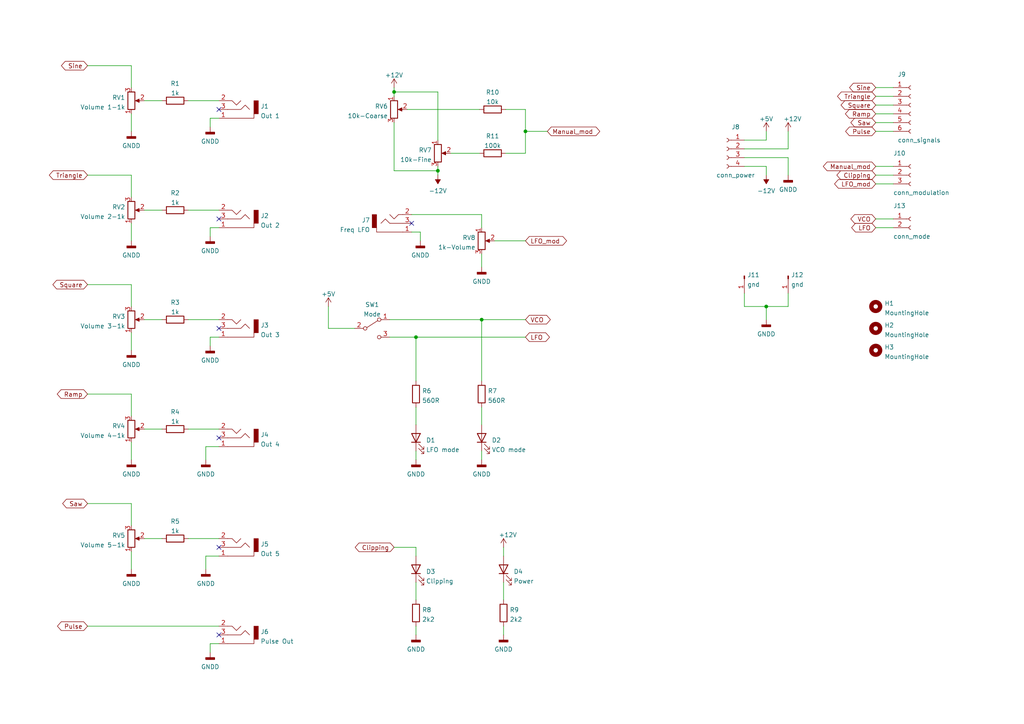
<source format=kicad_sch>
(kicad_sch (version 20211123) (generator eeschema)
  (paper "A4")
  (title_block (title "FGVCO - Interface") (date "2022-06-30") (company "Filippo Gottardo"))
  (lib_symbols
    (symbol "Connector:Conn_01x01_Male" (pin_names (offset 1.016) hide)
      (property "Reference" "J" (at 0 2.54 0))
      (property "Value" "Conn_01x01_Male" (at 0 -2.54 0))
      (symbol "Conn_01x01_Male_1_1"
        (polyline (pts (xy 1.27 0) (xy 0.8636 0)) (stroke (width 0.1524)))
        (rectangle (start 0.8636 0.127) (end 0 -0.127) (stroke (width 0.1524)) (fill (type outline)))
        (pin passive line (at 5.08 0 180) (length 3.81) (name "Pin_1") (number "1"))
      )
    )
    (symbol "Connector:Conn_01x02_Female" (pin_names (offset 1.016) hide)
      (property "Reference" "J" (at 0 2.54 0))
      (property "Value" "Conn_01x02_Female" (at 0 -5.08 0))
      (symbol "Conn_01x02_Female_1_1"
        (arc (start 0 -2.032) (mid -0.508 -2.54) (end 0 -3.048) (stroke (width 0.1524)))
        (polyline (pts (xy -1.27 -2.54) (xy -0.508 -2.54)) (stroke (width 0.1524)))
        (polyline (pts (xy -1.27 0) (xy -0.508 0)) (stroke (width 0.1524)))
        (arc (start 0 0.508) (mid -0.508 0) (end 0 -0.508) (stroke (width 0.1524)))
        (pin passive line (at -5.08 0 0) (length 3.81) (name "Pin_1") (number "1"))
        (pin passive line (at -5.08 -2.54 0) (length 3.81) (name "Pin_2") (number "2"))
      )
    )
    (symbol "Connector:Conn_01x03_Female" (pin_names (offset 1.016) hide)
      (property "Reference" "J" (at 0 5.08 0))
      (property "Value" "Conn_01x03_Female" (at 0 -5.08 0))
      (symbol "Conn_01x03_Female_1_1"
        (arc (start 0 -2.032) (mid -0.508 -2.54) (end 0 -3.048) (stroke (width 0.1524)))
        (polyline (pts (xy -1.27 -2.54) (xy -0.508 -2.54)) (stroke (width 0.1524)))
        (polyline (pts (xy -1.27 0) (xy -0.508 0)) (stroke (width 0.1524)))
        (polyline (pts (xy -1.27 2.54) (xy -0.508 2.54)) (stroke (width 0.1524)))
        (arc (start 0 0.508) (mid -0.508 0) (end 0 -0.508) (stroke (width 0.1524)))
        (arc (start 0 3.048) (mid -0.508 2.54) (end 0 2.032) (stroke (width 0.1524)))
        (pin passive line (at -5.08 2.54 0) (length 3.81) (name "Pin_1") (number "1"))
        (pin passive line (at -5.08 0 0) (length 3.81) (name "Pin_2") (number "2"))
        (pin passive line (at -5.08 -2.54 0) (length 3.81) (name "Pin_3") (number "3"))
      )
    )
    (symbol "Connector:Conn_01x04_Female" (pin_names (offset 1.016) hide)
      (property "Reference" "J" (at 0 5.08 0))
      (property "Value" "Conn_01x04_Female" (at 0 -7.62 0))
      (symbol "Conn_01x04_Female_1_1"
        (arc (start 0 -4.572) (mid -0.508 -5.08) (end 0 -5.588) (stroke (width 0.1524)))
        (arc (start 0 -2.032) (mid -0.508 -2.54) (end 0 -3.048) (stroke (width 0.1524)))
        (polyline (pts (xy -1.27 -5.08) (xy -0.508 -5.08)) (stroke (width 0.1524)))
        (polyline (pts (xy -1.27 -2.54) (xy -0.508 -2.54)) (stroke (width 0.1524)))
        (polyline (pts (xy -1.27 0) (xy -0.508 0)) (stroke (width 0.1524)))
        (polyline (pts (xy -1.27 2.54) (xy -0.508 2.54)) (stroke (width 0.1524)))
        (arc (start 0 0.508) (mid -0.508 0) (end 0 -0.508) (stroke (width 0.1524)))
        (arc (start 0 3.048) (mid -0.508 2.54) (end 0 2.032) (stroke (width 0.1524)))
        (pin passive line (at -5.08 2.54 0) (length 3.81) (name "Pin_1") (number "1"))
        (pin passive line (at -5.08 0 0) (length 3.81) (name "Pin_2") (number "2"))
        (pin passive line (at -5.08 -2.54 0) (length 3.81) (name "Pin_3") (number "3"))
        (pin passive line (at -5.08 -5.08 0) (length 3.81) (name "Pin_4") (number "4"))
      )
    )
    (symbol "Connector:Conn_01x06_Female" (pin_names (offset 1.016) hide)
      (property "Reference" "J" (at 0 7.62 0))
      (property "Value" "Conn_01x06_Female" (at 0 -10.16 0))
      (symbol "Conn_01x06_Female_1_1"
        (arc (start 0 -7.112) (mid -0.508 -7.62) (end 0 -8.128) (stroke (width 0.1524)))
        (arc (start 0 -4.572) (mid -0.508 -5.08) (end 0 -5.588) (stroke (width 0.1524)))
        (arc (start 0 -2.032) (mid -0.508 -2.54) (end 0 -3.048) (stroke (width 0.1524)))
        (polyline (pts (xy -1.27 -7.62) (xy -0.508 -7.62)) (stroke (width 0.1524)))
        (polyline (pts (xy -1.27 -5.08) (xy -0.508 -5.08)) (stroke (width 0.1524)))
        (polyline (pts (xy -1.27 -2.54) (xy -0.508 -2.54)) (stroke (width 0.1524)))
        (polyline (pts (xy -1.27 0) (xy -0.508 0)) (stroke (width 0.1524)))
        (polyline (pts (xy -1.27 2.54) (xy -0.508 2.54)) (stroke (width 0.1524)))
        (polyline (pts (xy -1.27 5.08) (xy -0.508 5.08)) (stroke (width 0.1524)))
        (arc (start 0 0.508) (mid -0.508 0) (end 0 -0.508) (stroke (width 0.1524)))
        (arc (start 0 3.048) (mid -0.508 2.54) (end 0 2.032) (stroke (width 0.1524)))
        (arc (start 0 5.588) (mid -0.508 5.08) (end 0 4.572) (stroke (width 0.1524)))
        (pin passive line (at -5.08 5.08 0) (length 3.81) (name "Pin_1") (number "1"))
        (pin passive line (at -5.08 2.54 0) (length 3.81) (name "Pin_2") (number "2"))
        (pin passive line (at -5.08 0 0) (length 3.81) (name "Pin_3") (number "3"))
        (pin passive line (at -5.08 -2.54 0) (length 3.81) (name "Pin_4") (number "4"))
        (pin passive line (at -5.08 -5.08 0) (length 3.81) (name "Pin_5") (number "5"))
        (pin passive line (at -5.08 -7.62 0) (length 3.81) (name "Pin_6") (number "6"))
      )
    )
    (symbol "Custom:3.5mm_audio_jack" (pin_names (offset 1.016))
      (property "Reference" "J" (at 0 -3.81 0))
      (property "Value" "3.5mm_audio_jack" (at 0 -5.08 0))
      (symbol "3.5mm_audio_jack_0_1"
        (rectangle (start -6.35 1.27) (end -5.08 -2.54) (fill (type outline)))
        (polyline (pts (xy 2.54 2.54) (xy -5.08 2.54) (xy -5.08 1.27)))
        (polyline (pts (xy 2.54 -2.54) (xy 1.27 -2.54) (xy 0 -1.27) (xy -1.27 -2.54)))
        (polyline (pts (xy 2.54 0) (xy -1.27 0) (xy -2.54 -1.27) (xy -3.81 0)))
      )
      (symbol "3.5mm_audio_jack_1_1"
        (pin passive line (at 5.08 2.54 180) (length 2.54) (name "~") (number "1"))
        (pin passive line (at 5.08 -2.54 180) (length 2.54) (name "~") (number "2"))
        (pin passive line (at 5.08 0 180) (length 2.54) (name "~") (number "3"))
      )
    )
    (symbol "Device:LED" (pin_numbers hide) (pin_names (offset 1.016) hide)
      (property "Reference" "D" (at 0 2.54 0))
      (property "Value" "LED" (at 0 -2.54 0))
      (symbol "LED_0_1"
        (polyline (pts (xy -1.27 -1.27) (xy -1.27 1.27)) (stroke (width 0.254)))
        (polyline (pts (xy -1.27 0) (xy 1.27 0)))
        (polyline (pts (xy 1.27 -1.27) (xy 1.27 1.27) (xy -1.27 0) (xy 1.27 -1.27)) (stroke (width 0.254)))
        (polyline (pts (xy -3.048 -0.762) (xy -4.572 -2.286) (xy -3.81 -2.286) (xy -4.572 -2.286) (xy -4.572 -1.524)))
        (polyline (pts (xy -1.778 -0.762) (xy -3.302 -2.286) (xy -2.54 -2.286) (xy -3.302 -2.286) (xy -3.302 -1.524)))
      )
      (symbol "LED_1_1"
        (pin passive line (at -3.81 0 0) (length 2.54) (name "K") (number "1"))
        (pin passive line (at 3.81 0 180) (length 2.54) (name "A") (number "2"))
      )
    )
    (symbol "Device:R" (pin_numbers hide) (pin_names (offset 0))
      (property "Reference" "R" (at 2.032 0 90))
      (property "Value" "R" (at 0 0 90))
      (symbol "R_0_1"
        (rectangle (start -1.016 -2.54) (end 1.016 2.54) (stroke (width 0.254)))
      )
      (symbol "R_1_1"
        (pin passive line (at 0 3.81 270) (length 1.27) (name "~") (number "1"))
        (pin passive line (at 0 -3.81 90) (length 1.27) (name "~") (number "2"))
      )
    )
    (symbol "Device:R_Potentiometer" (pin_names (offset 1.016) hide)
      (property "Reference" "RV" (at -4.445 0 90))
      (property "Value" "R_Potentiometer" (at -2.54 0 90))
      (symbol "R_Potentiometer_0_1"
        (polyline (pts (xy 2.54 0) (xy 1.524 0)))
        (polyline (pts (xy 1.143 0) (xy 2.286 0.508) (xy 2.286 -0.508) (xy 1.143 0)) (fill (type outline)))
        (rectangle (start 1.016 2.54) (end -1.016 -2.54) (stroke (width 0.254)))
      )
      (symbol "R_Potentiometer_1_1"
        (pin passive line (at 0 3.81 270) (length 1.27) (name "1") (number "1"))
        (pin passive line (at 3.81 0 180) (length 1.27) (name "2") (number "2"))
        (pin passive line (at 0 -3.81 90) (length 1.27) (name "3") (number "3"))
      )
    )
    (symbol "Mechanical:MountingHole" (pin_names (offset 1.016))
      (property "Reference" "H" (at 0 5.08 0))
      (property "Value" "MountingHole" (at 0 3.175 0))
      (symbol "MountingHole_0_1"
        (circle (center 0 0) (radius 1.27) (stroke (width 1.27)))
      )
    )
    (symbol "Switch:SW_SPDT" (pin_names (offset 0) hide)
      (property "Reference" "SW" (at 0 4.318 0))
      (property "Value" "SW_SPDT" (at 0 -5.08 0))
      (symbol "SW_SPDT_0_0"
        (circle (center -2.032 0) (radius 0.508))
        (circle (center 2.032 -2.54) (radius 0.508))
      )
      (symbol "SW_SPDT_0_1"
        (polyline (pts (xy -1.524 0.254) (xy 1.651 2.286)))
        (circle (center 2.032 2.54) (radius 0.508))
      )
      (symbol "SW_SPDT_1_1"
        (pin passive line (at 5.08 2.54 180) (length 2.54) (name "A") (number "1"))
        (pin passive line (at -5.08 0 0) (length 2.54) (name "B") (number "2"))
        (pin passive line (at 5.08 -2.54 180) (length 2.54) (name "C") (number "3"))
      )
    )
    (symbol "power:+12V" (power) (pin_names (offset 0))
      (property "Value" "+12V" (at 0 3.556 0))
      (symbol "+12V_0_1"
        (polyline (pts (xy -0.762 1.27) (xy 0 2.54)))
        (polyline (pts (xy 0 0) (xy 0 2.54)))
        (polyline (pts (xy 0 2.54) (xy 0.762 1.27)))
      )
      (symbol "+12V_1_1"
        (pin power_in line (at 0 0 90) (length 0) hide (name "+12V") (number "1"))
      )
    )
    (symbol "power:+5V" (power) (pin_names (offset 0))
      (property "Value" "+5V" (at 0 3.556 0))
      (symbol "+5V_0_1"
        (polyline (pts (xy -0.762 1.27) (xy 0 2.54)))
        (polyline (pts (xy 0 0) (xy 0 2.54)))
        (polyline (pts (xy 0 2.54) (xy 0.762 1.27)))
      )
      (symbol "+5V_1_1"
        (pin power_in line (at 0 0 90) (length 0) hide (name "+5V") (number "1"))
      )
    )
    (symbol "power:-12V" (power) (pin_names (offset 0))
      (property "Value" "-12V" (at 0 3.81 0))
      (symbol "-12V_0_0"
        (pin power_in line (at 0 0 90) (length 0) hide (name "-12V") (number "1"))
      )
      (symbol "-12V_0_1"
        (polyline (pts (xy 0 0) (xy 0 1.27) (xy 0.762 1.27) (xy 0 2.54) (xy -0.762 1.27) (xy 0 1.27)) (fill (type outline)))
      )
    )
    (symbol "power:GNDD" (power) (pin_names (offset 0))
      (property "Value" "GNDD" (at 0 -3.175 0))
      (symbol "GNDD_0_1"
        (rectangle (start -1.27 -1.524) (end 1.27 -2.032) (stroke (width 0.254)) (fill (type outline)))
        (polyline (pts (xy 0 0) (xy 0 -1.524)))
      )
      (symbol "GNDD_1_1"
        (pin power_in line (at 0 0 270) (length 0) hide (name "GNDD") (number "1"))
      )
    )
  )
  (junction (at 127 49.53))
  (junction (at 222.25 88.9))
  (junction (at 139.7 92.71))
  (junction (at 114.3 26.67))
  (junction (at 152.4 38.1))
  (junction (at 120.65 97.79))
  (no_connect (at 119.38 64.77))
  (no_connect (at 63.5 184.15))
  (no_connect (at 63.5 158.75))
  (no_connect (at 63.5 127))
  (no_connect (at 63.5 31.75))
  (no_connect (at 63.5 63.5))
  (no_connect (at 63.5 95.25))
  (wire (pts (xy 25.4 114.3) (xy 38.1 114.3)))
  (wire (pts (xy 38.1 101.6) (xy 38.1 96.52)))
  (wire (pts (xy 60.96 36.83) (xy 60.96 34.29)))
  (wire (pts (xy 146.05 168.91) (xy 146.05 173.99)))
  (wire (pts (xy 228.6 38.1) (xy 228.6 43.18)))
  (wire (pts (xy 54.61 60.96) (xy 63.5 60.96)))
  (wire (pts (xy 60.96 68.58) (xy 60.96 66.04)))
  (wire (pts (xy 63.5 186.69) (xy 60.96 186.69)))
  (wire (pts (xy 60.96 100.33) (xy 60.96 97.79)))
  (wire (pts (xy 25.4 181.61) (xy 63.5 181.61)))
  (wire (pts (xy 120.65 130.81) (xy 120.65 133.35)))
  (wire (pts (xy 59.69 165.1) (xy 59.69 161.29)))
  (wire (pts (xy 254 38.1) (xy 259.08 38.1)))
  (wire (pts (xy 254 63.5) (xy 259.08 63.5)))
  (wire (pts (xy 146.05 158.75) (xy 146.05 161.29)))
  (wire (pts (xy 215.9 85.09) (xy 215.9 88.9)))
  (wire (pts (xy 254 66.04) (xy 259.08 66.04)))
  (wire (pts (xy 254 33.02) (xy 259.08 33.02)))
  (wire (pts (xy 215.9 48.26) (xy 222.25 48.26)))
  (wire (pts (xy 60.96 66.04) (xy 63.5 66.04)))
  (wire (pts (xy 113.03 97.79) (xy 120.65 97.79)))
  (wire (pts (xy 152.4 31.75) (xy 146.685 31.75)))
  (wire (pts (xy 114.3 25.4) (xy 114.3 26.67)))
  (wire (pts (xy 119.38 62.23) (xy 139.7 62.23)))
  (wire (pts (xy 254 25.4) (xy 259.08 25.4)))
  (wire (pts (xy 120.65 158.75) (xy 120.65 161.29)))
  (wire (pts (xy 114.3 26.67) (xy 114.3 27.94)))
  (wire (pts (xy 120.65 97.79) (xy 152.4 97.79)))
  (wire (pts (xy 215.9 43.18) (xy 228.6 43.18)))
  (wire (pts (xy 25.4 50.8) (xy 38.1 50.8)))
  (wire (pts (xy 38.1 133.35) (xy 38.1 128.27)))
  (wire (pts (xy 118.11 31.75) (xy 139.065 31.75)))
  (wire (pts (xy 120.65 168.91) (xy 120.65 173.99)))
  (wire (pts (xy 139.7 62.23) (xy 139.7 66.04)))
  (wire (pts (xy 59.69 129.54) (xy 63.5 129.54)))
  (wire (pts (xy 113.03 92.71) (xy 139.7 92.71)))
  (wire (pts (xy 38.1 146.05) (xy 38.1 152.4)))
  (wire (pts (xy 127 26.67) (xy 127 40.64)))
  (wire (pts (xy 215.9 45.72) (xy 228.6 45.72)))
  (wire (pts (xy 114.3 26.67) (xy 127 26.67)))
  (wire (pts (xy 60.96 186.69) (xy 60.96 189.23)))
  (wire (pts (xy 38.1 114.3) (xy 38.1 120.65)))
  (wire (pts (xy 38.1 38.1) (xy 38.1 33.02)))
  (wire (pts (xy 254 30.48) (xy 259.08 30.48)))
  (wire (pts (xy 127 49.53) (xy 127 50.8)))
  (wire (pts (xy 59.69 161.29) (xy 63.5 161.29)))
  (wire (pts (xy 25.4 146.05) (xy 38.1 146.05)))
  (wire (pts (xy 54.61 29.21) (xy 63.5 29.21)))
  (wire (pts (xy 60.96 97.79) (xy 63.5 97.79)))
  (wire (pts (xy 38.1 19.05) (xy 38.1 25.4)))
  (wire (pts (xy 25.4 82.55) (xy 38.1 82.55)))
  (wire (pts (xy 139.7 92.71) (xy 139.7 110.49)))
  (wire (pts (xy 38.1 82.55) (xy 38.1 88.9)))
  (wire (pts (xy 139.7 118.11) (xy 139.7 123.19)))
  (wire (pts (xy 215.9 88.9) (xy 222.25 88.9)))
  (wire (pts (xy 41.91 29.21) (xy 46.99 29.21)))
  (wire (pts (xy 215.9 40.64) (xy 222.25 40.64)))
  (wire (pts (xy 25.4 19.05) (xy 38.1 19.05)))
  (wire (pts (xy 114.3 49.53) (xy 127 49.53)))
  (wire (pts (xy 38.1 69.85) (xy 38.1 64.77)))
  (wire (pts (xy 139.7 130.81) (xy 139.7 133.35)))
  (wire (pts (xy 127 48.26) (xy 127 49.53)))
  (wire (pts (xy 139.7 92.71) (xy 152.4 92.71)))
  (wire (pts (xy 254 53.34) (xy 259.08 53.34)))
  (wire (pts (xy 95.25 95.25) (xy 102.87 95.25)))
  (wire (pts (xy 146.685 44.45) (xy 152.4 44.45)))
  (wire (pts (xy 222.25 88.9) (xy 228.6 88.9)))
  (wire (pts (xy 254 48.26) (xy 259.08 48.26)))
  (wire (pts (xy 54.61 156.21) (xy 63.5 156.21)))
  (wire (pts (xy 38.1 165.1) (xy 38.1 160.02)))
  (wire (pts (xy 143.51 69.85) (xy 152.4 69.85)))
  (wire (pts (xy 59.69 133.35) (xy 59.69 129.54)))
  (wire (pts (xy 121.92 67.31) (xy 121.92 69.85)))
  (wire (pts (xy 222.25 88.9) (xy 222.25 92.71)))
  (wire (pts (xy 139.7 73.66) (xy 139.7 77.47)))
  (wire (pts (xy 228.6 45.72) (xy 228.6 50.8)))
  (wire (pts (xy 95.25 88.9) (xy 95.25 95.25)))
  (wire (pts (xy 41.91 92.71) (xy 46.99 92.71)))
  (wire (pts (xy 41.91 124.46) (xy 46.99 124.46)))
  (wire (pts (xy 120.65 118.11) (xy 120.65 123.19)))
  (wire (pts (xy 146.05 181.61) (xy 146.05 184.15)))
  (wire (pts (xy 130.81 44.45) (xy 139.065 44.45)))
  (wire (pts (xy 152.4 44.45) (xy 152.4 38.1)))
  (wire (pts (xy 119.38 67.31) (xy 121.92 67.31)))
  (wire (pts (xy 228.6 88.9) (xy 228.6 85.09)))
  (wire (pts (xy 222.25 40.64) (xy 222.25 38.1)))
  (wire (pts (xy 152.4 38.1) (xy 152.4 31.75)))
  (wire (pts (xy 120.65 97.79) (xy 120.65 110.49)))
  (wire (pts (xy 54.61 92.71) (xy 63.5 92.71)))
  (wire (pts (xy 114.3 35.56) (xy 114.3 49.53)))
  (wire (pts (xy 54.61 124.46) (xy 63.5 124.46)))
  (wire (pts (xy 41.91 60.96) (xy 46.99 60.96)))
  (wire (pts (xy 60.96 34.29) (xy 63.5 34.29)))
  (wire (pts (xy 152.4 38.1) (xy 158.75 38.1)))
  (wire (pts (xy 120.65 181.61) (xy 120.65 184.15)))
  (wire (pts (xy 114.3 158.75) (xy 120.65 158.75)))
  (wire (pts (xy 41.91 156.21) (xy 46.99 156.21)))
  (wire (pts (xy 254 35.56) (xy 259.08 35.56)))
  (wire (pts (xy 254 50.8) (xy 259.08 50.8)))
  (wire (pts (xy 38.1 50.8) (xy 38.1 57.15)))
  (wire (pts (xy 222.25 48.26) (xy 222.25 50.8)))
  (wire (pts (xy 254 27.94) (xy 259.08 27.94)))
  (global_label "LFO_mod" (shape bidirectional) (at 254 53.34 180) (property "Intersheet References" "${INTERSHEET_REFS}" (effects hide)))
  (global_label "VCO" (shape bidirectional) (at 152.4 92.71 0) (property "Intersheet References" "${INTERSHEET_REFS}" (effects hide)))
  (global_label "Pulse" (shape bidirectional) (at 25.4 181.61 180) (property "Intersheet References" "${INTERSHEET_REFS}" (effects hide)))
  (global_label "Ramp" (shape bidirectional) (at 25.4 114.3 180) (property "Intersheet References" "${INTERSHEET_REFS}" (effects hide)))
  (global_label "LFO" (shape bidirectional) (at 152.4 97.79 0) (property "Intersheet References" "${INTERSHEET_REFS}" (effects hide)))
  (global_label "Triangle" (shape bidirectional) (at 254 27.94 180) (property "Intersheet References" "${INTERSHEET_REFS}" (effects hide)))
  (global_label "Ramp" (shape bidirectional) (at 254 33.02 180) (property "Intersheet References" "${INTERSHEET_REFS}" (effects hide)))
  (global_label "Pulse" (shape bidirectional) (at 254 38.1 180) (property "Intersheet References" "${INTERSHEET_REFS}" (effects hide)))
  (global_label "Sine" (shape bidirectional) (at 254 25.4 180) (property "Intersheet References" "${INTERSHEET_REFS}" (effects hide)))
  (global_label "Square" (shape bidirectional) (at 254 30.48 180) (property "Intersheet References" "${INTERSHEET_REFS}" (effects hide)))
  (global_label "Saw" (shape bidirectional) (at 25.4 146.05 180) (property "Intersheet References" "${INTERSHEET_REFS}" (effects hide)))
  (global_label "Sine" (shape bidirectional) (at 25.4 19.05 180) (property "Intersheet References" "${INTERSHEET_REFS}" (effects hide)))
  (global_label "Manual_mod" (shape bidirectional) (at 158.75 38.1 0) (property "Intersheet References" "${INTERSHEET_REFS}" (effects hide)))
  (global_label "Saw" (shape bidirectional) (at 254 35.56 180) (property "Intersheet References" "${INTERSHEET_REFS}" (effects hide)))
  (global_label "Clipping" (shape bidirectional) (at 254 50.8 180) (property "Intersheet References" "${INTERSHEET_REFS}" (effects hide)))
  (global_label "Manual_mod" (shape bidirectional) (at 254 48.26 180) (property "Intersheet References" "${INTERSHEET_REFS}" (effects hide)))
  (global_label "VCO" (shape bidirectional) (at 254 63.5 180) (property "Intersheet References" "${INTERSHEET_REFS}" (effects hide)))
  (global_label "Square" (shape bidirectional) (at 25.4 82.55 180) (property "Intersheet References" "${INTERSHEET_REFS}" (effects hide)))
  (global_label "Triangle" (shape bidirectional) (at 25.4 50.8 180) (property "Intersheet References" "${INTERSHEET_REFS}" (effects hide)))
  (global_label "LFO_mod" (shape bidirectional) (at 152.4 69.85 0) (property "Intersheet References" "${INTERSHEET_REFS}" (effects hide)))
  (global_label "LFO" (shape bidirectional) (at 254 66.04 180) (property "Intersheet References" "${INTERSHEET_REFS}" (effects hide)))
  (global_label "Clipping" (shape bidirectional) (at 114.3 158.75 180) (property "Intersheet References" "${INTERSHEET_REFS}" (effects hide)))
  (symbol (lib_id "power:GNDD") (at 139.7 77.47 0) (unit 1)
    (property "Reference" "#PWR024" (effects hide))
    (property "Value" "GNDD" (at 139.7 81.6515 0))
  )
  (symbol (lib_id "power:+12V") (at 114.3 25.4 0) (unit 1)
    (property "Reference" "#PWR013" (effects hide))
    (property "Value" "+12V" (at 114.3 21.7955 0))
  )
  (symbol (lib_id "Connector:Conn_01x04_Female") (at 210.82 43.18 0) (mirror y) (unit 1)
    (property "Reference" "J8" (at 213.36 36.83 0))
    (property "Value" "conn_power" (at 213.36 50.8 0))
    (property "Footprint" "Connector_PinSocket_2.54mm:PinSocket_1x04_P2.54mm_Vertical" (effects hide))
  )
  (symbol (lib_id "power:+12V") (at 228.6 38.1 0) (unit 1)
    (property "Reference" "#PWR020" (effects hide))
    (property "Value" "+12V" (at 229.87 34.4955 0))
  )
  (symbol (lib_id "Custom:3.5mm_audio_jack") (at 68.58 31.75 180) (unit 1)
    (property "Reference" "J1" (at 75.565 30.8415 0) (effects (justify right)))
    (property "Value" "Out 1" (at 75.565 33.6166 0) (effects (justify right)))
    (property "Footprint" "Custom Footprints:PJ_301M_noGND" (effects hide))
  )
  (symbol (lib_id "power:-12V") (at 127 50.8 180) (unit 1)
    (property "Reference" "#PWR014" (effects hide))
    (property "Value" "-12V" (at 127 55.3625 0))
  )
  (symbol (lib_id "Device:R_Potentiometer") (at 38.1 60.96 0) (mirror x) (unit 1)
    (property "Reference" "RV2" (at 36.322 60.0515 0) (effects (justify right)))
    (property "Value" "Volume 2-1k" (at 36.322 62.8266 0) (effects (justify right)))
    (property "Footprint" "Custom Footprints:RV-90 Potentiometer" (effects hide))
  )
  (symbol (lib_id "Device:R_Potentiometer") (at 38.1 29.21 0) (mirror x) (unit 1)
    (property "Reference" "RV1" (at 36.322 28.3015 0) (effects (justify right)))
    (property "Value" "Volume 1-1k" (at 36.322 31.0766 0) (effects (justify right)))
    (property "Footprint" "Custom Footprints:RV-90 Potentiometer" (effects hide))
  )
  (symbol (lib_id "power:+5V") (at 222.25 38.1 0) (unit 1)
    (property "Reference" "#PWR018" (effects hide))
    (property "Value" "+5V" (at 222.25 34.4955 0))
  )
  (symbol (lib_id "Device:R") (at 139.7 114.3 0) (unit 1)
    (property "Reference" "R7" (at 141.478 113.3915 0) (effects (justify left)))
    (property "Value" "560R" (at 141.478 116.1666 0) (effects (justify left)))
    (property "Footprint" "Resistor_THT:R_Axial_DIN0207_L6.3mm_D2.5mm_P10.16mm_Horizontal" (effects hide))
  )
  (symbol (lib_id "Device:R_Potentiometer") (at 114.3 31.75 0) (unit 1)
    (property "Reference" "RV6" (at 112.5221 30.8415 0) (effects (justify right)))
    (property "Value" "10k-Coarse" (at 112.5221 33.6166 0) (effects (justify right)))
    (property "Footprint" "Custom Footprints:RV-90 Potentiometer" (effects hide))
  )
  (symbol (lib_id "power:GNDD") (at 38.1 69.85 0) (unit 1)
    (property "Reference" "#PWR02" (effects hide))
    (property "Value" "GNDD" (at 38.1 74.0315 0))
  )
  (symbol (lib_id "power:GNDD") (at 60.96 36.83 0) (unit 1)
    (property "Reference" "#PWR08" (effects hide))
    (property "Value" "GNDD" (at 60.96 41.0115 0))
  )
  (symbol (lib_id "Custom:3.5mm_audio_jack") (at 68.58 95.25 180) (unit 1)
    (property "Reference" "J3" (at 75.565 94.3415 0) (effects (justify right)))
    (property "Value" "Out 3" (at 75.565 97.1166 0) (effects (justify right)))
    (property "Footprint" "Custom Footprints:PJ_301M_noGND" (effects hide))
  )
  (symbol (lib_id "Device:R") (at 120.65 114.3 0) (unit 1)
    (property "Reference" "R6" (at 122.428 113.3915 0) (effects (justify left)))
    (property "Value" "560R" (at 122.428 116.1666 0) (effects (justify left)))
    (property "Footprint" "Resistor_THT:R_Axial_DIN0207_L6.3mm_D2.5mm_P10.16mm_Horizontal" (effects hide))
  )
  (symbol (lib_id "Device:LED") (at 120.65 165.1 90) (unit 1)
    (property "Reference" "D3" (at 123.571 165.779 90) (effects (justify right)))
    (property "Value" "Clipping" (at 123.571 168.5541 90) (effects (justify right)))
    (property "Footprint" "LED_THT:LED_D3.0mm_FlatTop" (effects hide))
  )
  (symbol (lib_id "Connector:Conn_01x01_Male") (at 228.6 80.01 270) (unit 1)
    (property "Reference" "J12" (at 229.4382 79.7365 90) (effects (justify left)))
    (property "Value" "gnd" (at 229.4382 82.5116 90) (effects (justify left)))
    (property "Footprint" "Connector_PinSocket_2.54mm:PinSocket_1x01_P2.54mm_Vertical" (effects hide))
  )
  (symbol (lib_id "Connector:Conn_01x02_Female") (at 264.16 63.5 0) (unit 1)
    (property "Reference" "J13" (at 259.08 59.69 0) (effects (justify left)))
    (property "Value" "conn_mode" (at 259.08 68.58 0) (effects (justify left)))
    (property "Footprint" "Connector_PinSocket_2.54mm:PinSocket_1x02_P2.54mm_Vertical" (effects hide))
  )
  (symbol (lib_id "Mechanical:MountingHole") (at 254 88.9 0) (unit 1)
    (property "Reference" "H1" (at 256.54 87.9915 0) (effects (justify left)))
    (property "Value" "MountingHole" (at 256.54 90.7666 0) (effects (justify left)))
    (property "Footprint" "MountingHole:MountingHole_3.2mm_M3" (effects hide))
  )
  (symbol (lib_id "Mechanical:MountingHole") (at 254 101.6 0) (unit 1)
    (property "Reference" "H3" (at 256.54 100.6915 0) (effects (justify left)))
    (property "Value" "MountingHole" (at 256.54 103.4666 0) (effects (justify left)))
    (property "Footprint" "MountingHole:MountingHole_3.2mm_M3" (effects hide))
  )
  (symbol (lib_id "power:GNDD") (at 146.05 184.15 0) (unit 1)
    (property "Reference" "#PWR026" (effects hide))
    (property "Value" "GNDD" (at 146.05 188.3315 0))
  )
  (symbol (lib_id "power:GNDD") (at 120.65 184.15 0) (unit 1)
    (property "Reference" "#PWR023" (effects hide))
    (property "Value" "GNDD" (at 120.65 188.3315 0))
  )
  (symbol (lib_id "power:GNDD") (at 38.1 165.1 0) (unit 1)
    (property "Reference" "#PWR05" (effects hide))
    (property "Value" "GNDD" (at 38.1 169.2815 0))
  )
  (symbol (lib_id "power:GNDD") (at 60.96 100.33 0) (unit 1)
    (property "Reference" "#PWR010" (effects hide))
    (property "Value" "GNDD" (at 60.96 104.5115 0))
  )
  (symbol (lib_id "power:-12V") (at 222.25 50.8 180) (unit 1)
    (property "Reference" "#PWR019" (effects hide))
    (property "Value" "-12V" (at 222.25 55.3625 0))
  )
  (symbol (lib_id "Device:R") (at 50.8 29.21 90) (unit 1)
    (property "Reference" "R1" (at 50.8 24.2275 90))
    (property "Value" "1k" (at 50.8 27.0026 90))
    (property "Footprint" "Resistor_THT:R_Axial_DIN0207_L6.3mm_D2.5mm_P10.16mm_Horizontal" (effects hide))
  )
  (symbol (lib_id "power:GNDD") (at 59.69 165.1 0) (unit 1)
    (property "Reference" "#PWR07" (effects hide))
    (property "Value" "GNDD" (at 59.69 169.2815 0))
  )
  (symbol (lib_id "power:GNDD") (at 38.1 38.1 0) (unit 1)
    (property "Reference" "#PWR01" (effects hide))
    (property "Value" "GNDD" (at 38.1 42.2815 0))
  )
  (symbol (lib_id "Mechanical:MountingHole") (at 254 95.25 0) (unit 1)
    (property "Reference" "H2" (at 256.54 94.3415 0) (effects (justify left)))
    (property "Value" "MountingHole" (at 256.54 97.1166 0) (effects (justify left)))
    (property "Footprint" "MountingHole:MountingHole_3.2mm_M3" (effects hide))
  )
  (symbol (lib_id "Device:R_Potentiometer") (at 38.1 124.46 0) (mirror x) (unit 1)
    (property "Reference" "RV4" (at 36.322 123.5515 0) (effects (justify right)))
    (property "Value" "Volume 4-1k" (at 36.322 126.3266 0) (effects (justify right)))
    (property "Footprint" "Custom Footprints:RV-90 Potentiometer" (effects hide))
  )
  (symbol (lib_id "power:GNDD") (at 120.65 133.35 0) (unit 1)
    (property "Reference" "#PWR015" (effects hide))
    (property "Value" "GNDD" (at 120.65 137.5315 0))
  )
  (symbol (lib_id "power:GNDD") (at 59.69 133.35 0) (unit 1)
    (property "Reference" "#PWR06" (effects hide))
    (property "Value" "GNDD" (at 59.69 137.5315 0))
  )
  (symbol (lib_id "Device:LED") (at 120.65 127 90) (unit 1)
    (property "Reference" "D1" (at 123.571 127.679 90) (effects (justify right)))
    (property "Value" "LFO mode" (at 123.571 130.4541 90) (effects (justify right)))
    (property "Footprint" "LED_THT:LED_D3.0mm_FlatTop" (effects hide))
  )
  (symbol (lib_id "Connector:Conn_01x01_Male") (at 215.9 80.01 270) (unit 1)
    (property "Reference" "J11" (at 216.7382 79.7365 90) (effects (justify left)))
    (property "Value" "gnd" (at 216.7382 82.5116 90) (effects (justify left)))
    (property "Footprint" "Connector_PinSocket_2.54mm:PinSocket_1x01_P2.54mm_Vertical" (effects hide))
  )
  (symbol (lib_id "Connector:Conn_01x03_Female") (at 264.16 50.8 0) (unit 1)
    (property "Reference" "J10" (at 259.08 44.45 0) (effects (justify left)))
    (property "Value" "conn_modulation" (at 259.08 55.88 0) (effects (justify left)))
    (property "Footprint" "Connector_PinSocket_2.54mm:PinSocket_1x03_P2.54mm_Vertical" (effects hide))
  )
  (symbol (lib_id "power:+12V") (at 146.05 158.75 0) (unit 1)
    (property "Reference" "#PWR025" (effects hide))
    (property "Value" "+12V" (at 147.32 155.1455 0))
  )
  (symbol (lib_id "Custom:3.5mm_audio_jack") (at 68.58 63.5 180) (unit 1)
    (property "Reference" "J2" (at 75.565 62.5915 0) (effects (justify right)))
    (property "Value" "Out 2" (at 75.565 65.3666 0) (effects (justify right)))
    (property "Footprint" "Custom Footprints:PJ_301M_noGND" (effects hide))
  )
  (symbol (lib_id "Connector:Conn_01x06_Female") (at 264.16 30.48 0) (unit 1)
    (property "Reference" "J9" (at 260.35 21.59 0) (effects (justify left)))
    (property "Value" "conn_signals" (at 260.35 40.64 0) (effects (justify left)))
    (property "Footprint" "Connector_PinSocket_2.54mm:PinSocket_1x06_P2.54mm_Vertical" (effects hide))
  )
  (symbol (lib_id "Device:R") (at 142.875 44.45 90) (unit 1)
    (property "Reference" "R11" (at 142.875 39.4675 90))
    (property "Value" "100k" (at 142.875 42.2426 90))
    (property "Footprint" "Resistor_THT:R_Axial_DIN0207_L6.3mm_D2.5mm_P10.16mm_Horizontal" (effects hide))
  )
  (symbol (lib_id "Device:R_Potentiometer") (at 38.1 156.21 0) (mirror x) (unit 1)
    (property "Reference" "RV5" (at 36.322 155.3015 0) (effects (justify right)))
    (property "Value" "Volume 5-1k" (at 36.322 158.0766 0) (effects (justify right)))
    (property "Footprint" "Custom Footprints:RV-90 Potentiometer" (effects hide))
  )
  (symbol (lib_id "Device:R") (at 50.8 156.21 90) (unit 1)
    (property "Reference" "R5" (at 50.8 151.2275 90))
    (property "Value" "1k" (at 50.8 154.0026 90))
    (property "Footprint" "Resistor_THT:R_Axial_DIN0207_L6.3mm_D2.5mm_P10.16mm_Horizontal" (effects hide))
  )
  (symbol (lib_id "Custom:3.5mm_audio_jack") (at 68.58 184.15 180) (unit 1)
    (property "Reference" "J6" (at 75.565 183.2415 0) (effects (justify right)))
    (property "Value" "Pulse Out" (at 75.565 186.0166 0) (effects (justify right)))
    (property "Footprint" "Custom Footprints:PJ_301M_noGND" (effects hide))
  )
  (symbol (lib_id "Device:R") (at 142.875 31.75 90) (unit 1)
    (property "Reference" "R10" (at 142.875 26.7675 90))
    (property "Value" "10k" (at 142.875 29.5426 90))
    (property "Footprint" "Resistor_THT:R_Axial_DIN0207_L6.3mm_D2.5mm_P10.16mm_Horizontal" (effects hide))
  )
  (symbol (lib_id "Device:R") (at 120.65 177.8 0) (unit 1)
    (property "Reference" "R8" (at 122.428 176.8915 0) (effects (justify left)))
    (property "Value" "2k2" (at 122.428 179.6666 0) (effects (justify left)))
    (property "Footprint" "Resistor_THT:R_Axial_DIN0207_L6.3mm_D2.5mm_P10.16mm_Horizontal" (effects hide))
  )
  (symbol (lib_id "power:GNDD") (at 139.7 133.35 0) (unit 1)
    (property "Reference" "#PWR017" (effects hide))
    (property "Value" "GNDD" (at 139.7 137.5315 0))
  )
  (symbol (lib_id "power:GNDD") (at 38.1 133.35 0) (unit 1)
    (property "Reference" "#PWR04" (effects hide))
    (property "Value" "GNDD" (at 38.1 137.5315 0))
  )
  (symbol (lib_id "power:GNDD") (at 60.96 189.23 0) (unit 1)
    (property "Reference" "#PWR011" (effects hide))
    (property "Value" "GNDD" (at 60.96 193.4115 0))
  )
  (symbol (lib_id "Device:R") (at 50.8 92.71 90) (unit 1)
    (property "Reference" "R3" (at 50.8 87.7275 90))
    (property "Value" "1k" (at 50.8 90.5026 90))
    (property "Footprint" "Resistor_THT:R_Axial_DIN0207_L6.3mm_D2.5mm_P10.16mm_Horizontal" (effects hide))
  )
  (symbol (lib_id "Device:R_Potentiometer") (at 38.1 92.71 0) (mirror x) (unit 1)
    (property "Reference" "RV3" (at 36.322 91.8015 0) (effects (justify right)))
    (property "Value" "Volume 3-1k" (at 36.322 94.5766 0) (effects (justify right)))
    (property "Footprint" "Custom Footprints:RV-90 Potentiometer" (effects hide))
  )
  (symbol (lib_id "power:+5V") (at 95.25 88.9 0) (unit 1)
    (property "Reference" "#PWR012" (effects hide))
    (property "Value" "+5V" (at 95.25 85.2955 0))
  )
  (symbol (lib_id "Custom:3.5mm_audio_jack") (at 114.3 64.77 0) (mirror x) (unit 1)
    (property "Reference" "J7" (at 107.3151 63.8615 0) (effects (justify right)))
    (property "Value" "Freq LFO" (at 107.3151 66.6366 0) (effects (justify right)))
    (property "Footprint" "Custom Footprints:PJ_301M_noGND" (effects hide))
  )
  (symbol (lib_id "power:GNDD") (at 222.25 92.71 0) (unit 1)
    (property "Reference" "#PWR022" (effects hide))
    (property "Value" "GNDD" (at 222.25 96.8915 0))
  )
  (symbol (lib_id "Device:LED") (at 146.05 165.1 90) (unit 1)
    (property "Reference" "D4" (at 148.971 165.779 90) (effects (justify right)))
    (property "Value" "Power" (at 148.971 168.5541 90) (effects (justify right)))
    (property "Footprint" "LED_THT:LED_D3.0mm_FlatTop" (effects hide))
  )
  (symbol (lib_id "power:GNDD") (at 38.1 101.6 0) (unit 1)
    (property "Reference" "#PWR03" (effects hide))
    (property "Value" "GNDD" (at 38.1 105.7815 0))
  )
  (symbol (lib_id "Device:R") (at 50.8 124.46 90) (unit 1)
    (property "Reference" "R4" (at 50.8 119.4775 90))
    (property "Value" "1k" (at 50.8 122.2526 90))
    (property "Footprint" "Resistor_THT:R_Axial_DIN0207_L6.3mm_D2.5mm_P10.16mm_Horizontal" (effects hide))
  )
  (symbol (lib_id "Device:LED") (at 139.7 127 90) (unit 1)
    (property "Reference" "D2" (at 142.621 127.679 90) (effects (justify right)))
    (property "Value" "VCO mode" (at 142.621 130.4541 90) (effects (justify right)))
    (property "Footprint" "LED_THT:LED_D3.0mm_FlatTop" (effects hide))
  )
  (symbol (lib_id "power:GNDD") (at 121.92 69.85 0) (unit 1)
    (property "Reference" "#PWR016" (effects hide))
    (property "Value" "GNDD" (at 121.92 74.0315 0))
  )
  (symbol (lib_id "Switch:SW_SPDT") (at 107.95 95.25 0) (unit 1)
    (property "Reference" "SW1" (at 107.95 88.3625 0))
    (property "Value" "Mode" (at 107.95 91.1376 0))
    (property "Footprint" "Custom Footprints:SPDT Switch" (effects hide))
  )
  (symbol (lib_id "power:GNDD") (at 228.6 50.8 0) (unit 1)
    (property "Reference" "#PWR021" (effects hide))
    (property "Value" "GNDD" (at 228.6 54.9815 0))
  )
  (symbol (lib_id "Custom:3.5mm_audio_jack") (at 68.58 127 180) (unit 1)
    (property "Reference" "J4" (at 75.565 126.0915 0) (effects (justify right)))
    (property "Value" "Out 4" (at 75.565 128.8666 0) (effects (justify right)))
    (property "Footprint" "Custom Footprints:PJ_301M_noGND" (effects hide))
  )
  (symbol (lib_id "Device:R") (at 146.05 177.8 0) (unit 1)
    (property "Reference" "R9" (at 147.828 176.8915 0) (effects (justify left)))
    (property "Value" "2k2" (at 147.828 179.6666 0) (effects (justify left)))
    (property "Footprint" "Resistor_THT:R_Axial_DIN0207_L6.3mm_D2.5mm_P10.16mm_Horizontal" (effects hide))
  )
  (symbol (lib_id "Custom:3.5mm_audio_jack") (at 68.58 158.75 180) (unit 1)
    (property "Reference" "J5" (at 75.565 157.8415 0) (effects (justify right)))
    (property "Value" "Out 5" (at 75.565 160.6166 0) (effects (justify right)))
    (property "Footprint" "Custom Footprints:PJ_301M_noGND" (effects hide))
  )
  (symbol (lib_id "Device:R") (at 50.8 60.96 90) (unit 1)
    (property "Reference" "R2" (at 50.8 55.9775 90))
    (property "Value" "1k" (at 50.8 58.7526 90))
    (property "Footprint" "Resistor_THT:R_Axial_DIN0207_L6.3mm_D2.5mm_P10.16mm_Horizontal" (effects hide))
  )
  (symbol (lib_id "Device:R_Potentiometer") (at 127 44.45 0) (unit 1)
    (property "Reference" "RV7" (at 125.2221 43.5415 0) (effects (justify right)))
    (property "Value" "10k-Fine" (at 125.2221 46.3166 0) (effects (justify right)))
    (property "Footprint" "Custom Footprints:RV-90 Potentiometer" (effects hide))
  )
  (symbol (lib_id "power:GNDD") (at 60.96 68.58 0) (unit 1)
    (property "Reference" "#PWR09" (effects hide))
    (property "Value" "GNDD" (at 60.96 72.7615 0))
  )
  (symbol (lib_id "Device:R_Potentiometer") (at 139.7 69.85 0) (unit 1)
    (property "Reference" "RV8" (at 137.922 68.9415 0) (effects (justify right)))
    (property "Value" "1k-Volume" (at 137.922 71.7166 0) (effects (justify right)))
    (property "Footprint" "Custom Footprints:RV-90 Potentiometer" (effects hide))
  )
)
</source>
